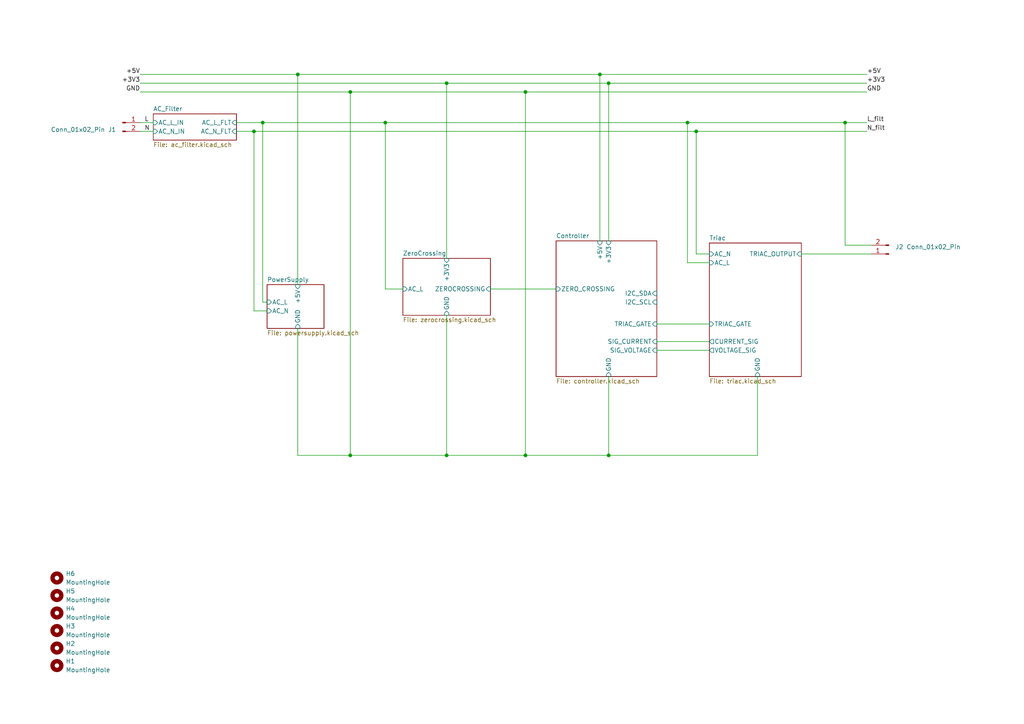
<source format=kicad_sch>
(kicad_sch (version 20231120) (generator "eeschema") (generator_version "8.0")
  (paper "A4")
  (lib_symbols
    (symbol "Connector:Conn_01x02_Pin" (pin_names (offset 1.016) hide)
      (property "Reference" "J" (at 0 2.54 0))
      (property "Value" "Conn_01x02_Pin" (at 0 -5.08 0))
      (symbol "Conn_01x02_Pin_1_1"
        (polyline (pts (xy 1.27 -2.54) (xy 0.8636 -2.54)) (stroke (width 0.1524)))
        (polyline (pts (xy 1.27 0) (xy 0.8636 0)) (stroke (width 0.1524)))
        (rectangle (start 0.8636 -2.413) (end 0 -2.667) (stroke (width 0.1524)) (fill (type outline)))
        (rectangle (start 0.8636 0.127) (end 0 -0.127) (stroke (width 0.1524)) (fill (type outline)))
        (pin passive line (at 5.08 0 180) (length 3.81) (name "Pin_1") (number "1"))
        (pin passive line (at 5.08 -2.54 180) (length 3.81) (name "Pin_2") (number "2"))
      )
    )
    (symbol "Mechanical:MountingHole" (pin_names (offset 1.016))
      (property "Reference" "H" (at 0 5.08 0))
      (property "Value" "MountingHole" (at 0 3.175 0))
      (symbol "MountingHole_0_1"
        (circle (center 0 0) (radius 1.27) (stroke (width 1.27)))
      )
    )
  )
  (junction (at 101.6 26.67))
  (junction (at 129.54 24.13))
  (junction (at 111.76 35.56))
  (junction (at 176.53 24.13))
  (junction (at 101.6 132.08))
  (junction (at 173.99 21.59))
  (junction (at 86.36 21.59))
  (junction (at 129.54 132.08))
  (junction (at 201.93 38.1))
  (junction (at 152.4 132.08))
  (junction (at 176.53 132.08))
  (junction (at 76.2 35.56))
  (junction (at 73.66 38.1))
  (junction (at 245.11 35.56))
  (junction (at 152.4 26.67))
  (junction (at 199.39 35.56))
  (wire (pts (xy 205.74 73.66) (xy 201.93 73.66)))
  (wire (pts (xy 176.53 24.13) (xy 251.46 24.13)))
  (wire (pts (xy 176.53 24.13) (xy 176.53 69.85)))
  (wire (pts (xy 40.64 26.67) (xy 101.6 26.67)))
  (wire (pts (xy 68.58 38.1) (xy 73.66 38.1)))
  (wire (pts (xy 199.39 35.56) (xy 245.11 35.56)))
  (wire (pts (xy 73.66 90.17) (xy 77.47 90.17)))
  (wire (pts (xy 111.76 83.82) (xy 111.76 35.56)))
  (wire (pts (xy 40.64 24.13) (xy 129.54 24.13)))
  (wire (pts (xy 86.36 21.59) (xy 173.99 21.59)))
  (wire (pts (xy 86.36 82.55) (xy 86.36 21.59)))
  (wire (pts (xy 190.5 101.6) (xy 205.74 101.6)))
  (wire (pts (xy 245.11 35.56) (xy 251.46 35.56)))
  (wire (pts (xy 129.54 132.08) (xy 152.4 132.08)))
  (wire (pts (xy 129.54 24.13) (xy 176.53 24.13)))
  (wire (pts (xy 190.5 93.98) (xy 205.74 93.98)))
  (wire (pts (xy 199.39 35.56) (xy 199.39 76.2)))
  (wire (pts (xy 76.2 35.56) (xy 111.76 35.56)))
  (wire (pts (xy 176.53 132.08) (xy 219.71 132.08)))
  (wire (pts (xy 152.4 26.67) (xy 251.46 26.67)))
  (wire (pts (xy 76.2 87.63) (xy 77.47 87.63)))
  (wire (pts (xy 101.6 26.67) (xy 101.6 132.08)))
  (wire (pts (xy 129.54 24.13) (xy 129.54 74.93)))
  (wire (pts (xy 111.76 35.56) (xy 199.39 35.56)))
  (wire (pts (xy 152.4 26.67) (xy 152.4 132.08)))
  (wire (pts (xy 176.53 132.08) (xy 152.4 132.08)))
  (wire (pts (xy 73.66 38.1) (xy 201.93 38.1)))
  (wire (pts (xy 232.41 73.66) (xy 252.73 73.66)))
  (wire (pts (xy 173.99 21.59) (xy 251.46 21.59)))
  (wire (pts (xy 116.84 83.82) (xy 111.76 83.82)))
  (wire (pts (xy 129.54 91.44) (xy 129.54 132.08)))
  (wire (pts (xy 176.53 109.22) (xy 176.53 132.08)))
  (wire (pts (xy 73.66 38.1) (xy 73.66 90.17)))
  (wire (pts (xy 245.11 71.12) (xy 252.73 71.12)))
  (wire (pts (xy 219.71 132.08) (xy 219.71 109.22)))
  (wire (pts (xy 86.36 132.08) (xy 101.6 132.08)))
  (wire (pts (xy 173.99 21.59) (xy 173.99 69.85)))
  (wire (pts (xy 142.24 83.82) (xy 161.29 83.82)))
  (wire (pts (xy 86.36 95.25) (xy 86.36 132.08)))
  (wire (pts (xy 40.64 21.59) (xy 86.36 21.59)))
  (wire (pts (xy 201.93 38.1) (xy 201.93 73.66)))
  (wire (pts (xy 101.6 132.08) (xy 129.54 132.08)))
  (wire (pts (xy 40.64 38.1) (xy 44.45 38.1)))
  (wire (pts (xy 76.2 35.56) (xy 76.2 87.63)))
  (wire (pts (xy 245.11 35.56) (xy 245.11 71.12)))
  (wire (pts (xy 201.93 38.1) (xy 251.46 38.1)))
  (wire (pts (xy 101.6 26.67) (xy 152.4 26.67)))
  (wire (pts (xy 68.58 35.56) (xy 76.2 35.56)))
  (wire (pts (xy 40.64 35.56) (xy 44.45 35.56)))
  (wire (pts (xy 190.5 99.06) (xy 205.74 99.06)))
  (wire (pts (xy 199.39 76.2) (xy 205.74 76.2)))
  (label "L_filt" (at 251.46 35.56 0))
  (label "L" (at 41.91 35.56 0))
  (label "GND" (at 251.46 26.67 0))
  (label "+3V3" (at 40.64 24.13 180))
  (label "+3V3" (at 251.46 24.13 0))
  (label "N" (at 41.91 38.1 0))
  (label "GND" (at 40.64 26.67 180))
  (label "N_filt" (at 251.46 38.1 0))
  (label "+5V" (at 251.46 21.59 0))
  (label "+5V" (at 40.64 21.59 180))
  (symbol (lib_id "Mechanical:MountingHole") (at 16.51 182.88 0) (unit 1)
    (property "Reference" "H3" (at 19.05 181.6099 0) (effects (justify left)))
    (property "Value" "MountingHole" (at 19.05 184.1499 0) (effects (justify left)))
    (property "Footprint" "MountingHole:MountingHole_3.5mm" (effects (hide yes)))
    (property "Description" "Mounting Hole without connection" (effects (hide yes)))
  )
  (symbol (lib_id "Mechanical:MountingHole") (at 16.51 172.72 0) (unit 1)
    (property "Reference" "H5" (at 19.05 171.4499 0) (effects (justify left)))
    (property "Value" "MountingHole" (at 19.05 173.9899 0) (effects (justify left)))
    (property "Footprint" "MountingHole:MountingHole_3.5mm" (effects (hide yes)))
    (property "Description" "Mounting Hole without connection" (effects (hide yes)))
  )
  (symbol (lib_id "Mechanical:MountingHole") (at 16.51 187.96 0) (unit 1)
    (property "Reference" "H2" (at 19.05 186.6899 0) (effects (justify left)))
    (property "Value" "MountingHole" (at 19.05 189.2299 0) (effects (justify left)))
    (property "Footprint" "MountingHole:MountingHole_3.5mm" (effects (hide yes)))
    (property "Description" "Mounting Hole without connection" (effects (hide yes)))
  )
  (symbol (lib_id "Mechanical:MountingHole") (at 16.51 167.64 0) (unit 1)
    (property "Reference" "H6" (at 19.05 166.3699 0) (effects (justify left)))
    (property "Value" "MountingHole" (at 19.05 168.9099 0) (effects (justify left)))
    (property "Footprint" "MountingHole:MountingHole_3.5mm" (effects (hide yes)))
    (property "Description" "Mounting Hole without connection" (effects (hide yes)))
  )
  (symbol (lib_id "Connector:Conn_01x02_Pin") (at 257.81 73.66 180) (unit 1)
    (property "Reference" "J2" (at 260.858 71.628 0))
    (property "Value" "Conn_01x02_Pin" (at 270.764 71.628 0))
    (property "Footprint" "Connector_Phoenix_GMSTB:PhoenixContact_GMSTBA_2,5_2-G-7,62_1x02_P7.62mm_Horizontal" (effects (hide yes)))
    (property "Description" "Generic connector, single row, 01x02, script generated" (effects (hide yes)))
  )
  (symbol (lib_id "Mechanical:MountingHole") (at 16.51 193.04 0) (unit 1)
    (property "Reference" "H1" (at 19.05 191.7699 0) (effects (justify left)))
    (property "Value" "MountingHole" (at 19.05 194.3099 0) (effects (justify left)))
    (property "Footprint" "MountingHole:MountingHole_3.5mm" (effects (hide yes)))
    (property "Description" "Mounting Hole without connection" (effects (hide yes)))
  )
  (symbol (lib_id "Mechanical:MountingHole") (at 16.51 177.8 0) (unit 1)
    (property "Reference" "H4" (at 19.05 176.5299 0) (effects (justify left)))
    (property "Value" "MountingHole" (at 19.05 179.0699 0) (effects (justify left)))
    (property "Footprint" "MountingHole:MountingHole_3.5mm" (effects (hide yes)))
    (property "Description" "Mounting Hole without connection" (effects (hide yes)))
  )
  (symbol (lib_id "Connector:Conn_01x02_Pin") (at 35.56 35.56 0) (unit 1)
    (property "Reference" "J1" (at 32.512 37.592 0))
    (property "Value" "Conn_01x02_Pin" (at 22.606 37.592 0))
    (property "Footprint" "Connector_Phoenix_GMSTB:PhoenixContact_GMSTBA_2,5_2-G-7,62_1x02_P7.62mm_Horizontal" (effects (hide yes)))
    (property "Description" "Generic connector, single row, 01x02, script generated" (effects (hide yes)))
  )
  (sheet (at 116.84 74.93) (size 25.4 16.51) (stroke (width 0.1524))
    (property "Sheetname" "ZeroCrossing" (at 116.84 74.2184 0) (effects (justify left bottom)))
    (property "Sheetfile" "zerocrossing.kicad_sch" (at 116.84 92.0246 0) (effects (justify left top)))
    (pin "+3V3" input (at 129.54 74.93 90))
    (pin "GND" input (at 129.54 91.44 270))
    (pin "ZEROCROSSING" input (at 142.24 83.82 0))
    (pin "AC_L" input (at 116.84 83.82 180))
  )
  (sheet (at 205.74 70.485) (size 26.67 38.735) (stroke (width 0.1524))
    (property "Sheetname" "Triac" (at 205.74 69.7734 0) (effects (justify left bottom)))
    (property "Sheetfile" "triac.kicad_sch" (at 205.74 109.8046 0) (effects (justify left top)))
    (pin "TRIAC_OUTPUT" input (at 232.41 73.66 0))
    (pin "TRIAC_GATE" input (at 205.74 93.98 180))
    (pin "AC_N" input (at 205.74 73.66 180))
    (pin "GND" input (at 219.71 109.22 270))
    (pin "CURRENT_SIG" output (at 205.74 99.06 180))
    (pin "AC_L" input (at 205.74 76.2 180))
    (pin "VOLTAGE_SIG" output (at 205.74 101.6 180))
  )
  (sheet (at 161.29 69.85) (size 29.21 39.37) (stroke (width 0.1524))
    (property "Sheetname" "Controller" (at 161.29 69.1384 0) (effects (justify left bottom)))
    (property "Sheetfile" "controller.kicad_sch" (at 161.29 109.8046 0) (effects (justify left top)))
    (pin "ZERO_CROSSING" input (at 161.29 83.82 180))
    (pin "+3V3" input (at 176.53 69.85 90))
    (pin "GND" input (at 176.53 109.22 270))
    (pin "TRIAC_GATE" input (at 190.5 93.98 0))
    (pin "+5V" input (at 173.99 69.85 90))
    (pin "SIG_CURRENT" input (at 190.5 99.06 0))
    (pin "SIG_VOLTAGE" input (at 190.5 101.6 0))
    (pin "I2C_SDA" input (at 190.5 85.09 0))
    (pin "I2C_SCL" input (at 190.5 87.63 0))
  )
  (sheet (at 44.45 33.02) (size 24.13 7.62) (stroke (width 0.1524))
    (property "Sheetname" "AC_Filter" (at 44.45 32.3084 0) (effects (justify left bottom)))
    (property "Sheetfile" "ac_filter.kicad_sch" (at 44.45 41.2246 0) (effects (justify left top)))
    (pin "AC_L_IN" input (at 44.45 35.56 180))
    (pin "AC_N_IN" input (at 44.45 38.1 180))
    (pin "AC_L_FLT" input (at 68.58 35.56 0))
    (pin "AC_N_FLT" input (at 68.58 38.1 0))
  )
  (sheet (at 77.47 82.55) (size 16.51 12.7) (stroke (width 0.1524))
    (property "Sheetname" "PowerSupply" (at 77.47 81.8384 0) (effects (justify left bottom)))
    (property "Sheetfile" "powersupply.kicad_sch" (at 77.47 95.8346 0) (effects (justify left top)))
    (pin "AC_N" input (at 77.47 90.17 180))
    (pin "AC_L" input (at 77.47 87.63 180))
    (pin "+5V" input (at 86.36 82.55 90))
    (pin "GND" input (at 86.36 95.25 270))
  )
)
</source>
